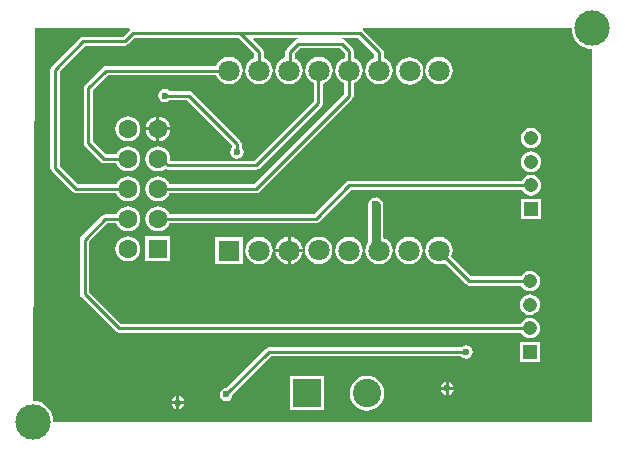
<source format=gbl>
G04*
G04 #@! TF.GenerationSoftware,Altium Limited,Altium Designer,20.1.8 (145)*
G04*
G04 Layer_Physical_Order=2*
G04 Layer_Color=16711680*
%FSLAX25Y25*%
%MOIN*%
G70*
G04*
G04 #@! TF.SameCoordinates,FB41AF91-CB0D-428D-8178-E64408BCF0C5*
G04*
G04*
G04 #@! TF.FilePolarity,Positive*
G04*
G01*
G75*
%ADD31C,0.01000*%
%ADD32C,0.02953*%
%ADD33R,0.07087X0.07087*%
%ADD34C,0.07087*%
%ADD35C,0.09449*%
%ADD36R,0.09449X0.09449*%
%ADD37C,0.06299*%
%ADD38R,0.06299X0.06299*%
%ADD39C,0.04756*%
%ADD40R,0.04756X0.04756*%
%ADD41C,0.11811*%
%ADD42C,0.02362*%
%ADD43C,0.01968*%
G36*
X191620Y141560D02*
X192015Y140258D01*
X192656Y139058D01*
X193519Y138007D01*
X194570Y137144D01*
X195770Y136503D01*
X197072Y136108D01*
X198425Y135975D01*
Y11811D01*
X18750D01*
X18617Y13165D01*
X18222Y14466D01*
X17581Y15666D01*
X16718Y16718D01*
X15666Y17581D01*
X14466Y18222D01*
X13165Y18617D01*
X11853Y18746D01*
X12598Y142913D01*
X44032D01*
X44187Y142442D01*
X44188Y142413D01*
X41886Y140112D01*
X28740D01*
X28155Y139996D01*
X27659Y139664D01*
X18210Y130215D01*
X17878Y129719D01*
X17762Y129134D01*
Y96457D01*
X17878Y95871D01*
X18210Y95375D01*
X25297Y88289D01*
X25793Y87957D01*
X26378Y87841D01*
X39705D01*
X39938Y87277D01*
X40604Y86411D01*
X41470Y85745D01*
X42480Y85327D01*
X43563Y85185D01*
X44646Y85327D01*
X45656Y85745D01*
X46523Y86411D01*
X47188Y87277D01*
X47606Y88287D01*
X47748Y89370D01*
X47606Y90453D01*
X47188Y91463D01*
X46523Y92330D01*
X45656Y92995D01*
X44646Y93413D01*
X43563Y93555D01*
X42480Y93413D01*
X41470Y92995D01*
X40604Y92330D01*
X39938Y91463D01*
X39705Y90899D01*
X27011D01*
X20821Y97090D01*
Y128500D01*
X29374Y137053D01*
X42520D01*
X43105Y137170D01*
X43601Y137501D01*
X45909Y139809D01*
X80469D01*
X85750Y134528D01*
Y133095D01*
X84988Y132780D01*
X84039Y132051D01*
X83311Y131102D01*
X82853Y129997D01*
X82697Y128811D01*
X82853Y127625D01*
X83311Y126520D01*
X84039Y125571D01*
X84988Y124843D01*
X86094Y124385D01*
X87280Y124229D01*
X88466Y124385D01*
X89571Y124843D01*
X90520Y125571D01*
X91248Y126520D01*
X91706Y127625D01*
X91862Y128811D01*
X91706Y129997D01*
X91248Y131102D01*
X90520Y132051D01*
X89571Y132780D01*
X88809Y133095D01*
Y135161D01*
X88693Y135747D01*
X88361Y136243D01*
X85257Y139347D01*
X85448Y139809D01*
X100267D01*
X100316Y139309D01*
X99808Y139208D01*
X99312Y138877D01*
X96552Y136117D01*
X96221Y135621D01*
X96105Y135035D01*
Y133239D01*
X96094Y133237D01*
X94988Y132780D01*
X94039Y132051D01*
X93311Y131102D01*
X92853Y129997D01*
X92697Y128811D01*
X92853Y127625D01*
X93311Y126520D01*
X94039Y125571D01*
X94988Y124843D01*
X96094Y124385D01*
X97280Y124229D01*
X98466Y124385D01*
X99571Y124843D01*
X100520Y125571D01*
X101248Y126520D01*
X101706Y127625D01*
X101862Y128811D01*
X101706Y129997D01*
X101248Y131102D01*
X100520Y132051D01*
X99571Y132780D01*
X99163Y132948D01*
Y134402D01*
X101027Y136266D01*
X114327D01*
X115793Y134800D01*
Y133113D01*
X114988Y132780D01*
X114039Y132051D01*
X113311Y131102D01*
X112853Y129997D01*
X112697Y128811D01*
X112853Y127625D01*
X113311Y126520D01*
X114039Y125571D01*
X114988Y124843D01*
X115773Y124518D01*
Y121085D01*
X85587Y90899D01*
X57421D01*
X57188Y91463D01*
X56523Y92330D01*
X55656Y92995D01*
X54646Y93413D01*
X53563Y93555D01*
X52480Y93413D01*
X51470Y92995D01*
X50603Y92330D01*
X49938Y91463D01*
X49520Y90453D01*
X49378Y89370D01*
X49520Y88287D01*
X49938Y87277D01*
X50603Y86411D01*
X51470Y85745D01*
X52480Y85327D01*
X53563Y85185D01*
X54646Y85327D01*
X55656Y85745D01*
X56523Y86411D01*
X57188Y87277D01*
X57421Y87841D01*
X86221D01*
X86806Y87957D01*
X87302Y88289D01*
X118384Y119370D01*
X118715Y119867D01*
X118832Y120452D01*
Y124536D01*
X119571Y124843D01*
X120520Y125571D01*
X121248Y126520D01*
X121706Y127625D01*
X121862Y128811D01*
X121706Y129997D01*
X121248Y131102D01*
X120520Y132051D01*
X119571Y132780D01*
X118852Y133077D01*
Y135433D01*
X118736Y136018D01*
X118404Y136514D01*
X116042Y138877D01*
X115546Y139208D01*
X115039Y139309D01*
X115088Y139809D01*
X120233D01*
X125750Y134292D01*
Y133095D01*
X124988Y132780D01*
X124039Y132051D01*
X123311Y131102D01*
X122853Y129997D01*
X122697Y128811D01*
X122853Y127625D01*
X123311Y126520D01*
X124039Y125571D01*
X124988Y124843D01*
X126094Y124385D01*
X127280Y124229D01*
X128466Y124385D01*
X129571Y124843D01*
X130520Y125571D01*
X131248Y126520D01*
X131706Y127625D01*
X131862Y128811D01*
X131706Y129997D01*
X131248Y131102D01*
X130520Y132051D01*
X129571Y132780D01*
X128809Y133095D01*
Y134925D01*
X128693Y135510D01*
X128361Y136006D01*
X121954Y142413D01*
X121955Y142442D01*
X122109Y142913D01*
X191486D01*
X191620Y141560D01*
D02*
G37*
%LPC*%
G36*
X147280Y133394D02*
X146094Y133237D01*
X144988Y132780D01*
X144039Y132051D01*
X143311Y131102D01*
X142853Y129997D01*
X142697Y128811D01*
X142853Y127625D01*
X143311Y126520D01*
X144039Y125571D01*
X144988Y124843D01*
X146094Y124385D01*
X147280Y124229D01*
X148466Y124385D01*
X149571Y124843D01*
X150520Y125571D01*
X151248Y126520D01*
X151706Y127625D01*
X151862Y128811D01*
X151706Y129997D01*
X151248Y131102D01*
X150520Y132051D01*
X149571Y132780D01*
X148466Y133237D01*
X147280Y133394D01*
D02*
G37*
G36*
X77280D02*
X76094Y133237D01*
X74988Y132780D01*
X74039Y132051D01*
X73311Y131102D01*
X72996Y130340D01*
X36291D01*
X35706Y130224D01*
X35210Y129893D01*
X29234Y123916D01*
X28902Y123420D01*
X28786Y122835D01*
Y104724D01*
X28902Y104139D01*
X29234Y103643D01*
X34588Y98289D01*
X35084Y97957D01*
X35669Y97841D01*
X39705D01*
X39938Y97277D01*
X40604Y96411D01*
X41470Y95745D01*
X42480Y95327D01*
X43563Y95185D01*
X44646Y95327D01*
X45656Y95745D01*
X46523Y96411D01*
X47188Y97277D01*
X47606Y98287D01*
X47748Y99370D01*
X47606Y100453D01*
X47188Y101463D01*
X46523Y102330D01*
X45656Y102995D01*
X44646Y103413D01*
X43563Y103556D01*
X42480Y103413D01*
X41470Y102995D01*
X40604Y102330D01*
X39938Y101463D01*
X39705Y100900D01*
X36303D01*
X31844Y105358D01*
Y122201D01*
X36925Y127282D01*
X72996D01*
X73311Y126520D01*
X74039Y125571D01*
X74988Y124843D01*
X76094Y124385D01*
X77280Y124229D01*
X78466Y124385D01*
X79571Y124843D01*
X80520Y125571D01*
X81248Y126520D01*
X81706Y127625D01*
X81862Y128811D01*
X81706Y129997D01*
X81248Y131102D01*
X80520Y132051D01*
X79571Y132780D01*
X78466Y133237D01*
X77280Y133394D01*
D02*
G37*
G36*
X137476Y133315D02*
X136290Y133159D01*
X135185Y132701D01*
X134236Y131973D01*
X133508Y131024D01*
X133050Y129918D01*
X132894Y128732D01*
X133050Y127546D01*
X133508Y126441D01*
X134236Y125492D01*
X135185Y124764D01*
X136290Y124306D01*
X137476Y124150D01*
X138663Y124306D01*
X139768Y124764D01*
X140717Y125492D01*
X141445Y126441D01*
X141903Y127546D01*
X142059Y128732D01*
X141903Y129918D01*
X141445Y131024D01*
X140717Y131973D01*
X139768Y132701D01*
X138663Y133159D01*
X137476Y133315D01*
D02*
G37*
G36*
X54063Y113490D02*
Y109870D01*
X57683D01*
X57606Y110453D01*
X57188Y111463D01*
X56523Y112330D01*
X55656Y112995D01*
X54646Y113413D01*
X54063Y113490D01*
D02*
G37*
G36*
X53063D02*
X52480Y113413D01*
X51470Y112995D01*
X50603Y112330D01*
X49938Y111463D01*
X49520Y110453D01*
X49443Y109870D01*
X53063D01*
Y113490D01*
D02*
G37*
G36*
X57683Y108870D02*
X54063D01*
Y105251D01*
X54646Y105327D01*
X55656Y105745D01*
X56523Y106411D01*
X57188Y107277D01*
X57606Y108287D01*
X57683Y108870D01*
D02*
G37*
G36*
X53063D02*
X49443D01*
X49520Y108287D01*
X49938Y107277D01*
X50603Y106411D01*
X51470Y105745D01*
X52480Y105327D01*
X53063Y105251D01*
Y108870D01*
D02*
G37*
G36*
X43563Y113556D02*
X42480Y113413D01*
X41470Y112995D01*
X40604Y112330D01*
X39938Y111463D01*
X39520Y110453D01*
X39378Y109370D01*
X39520Y108287D01*
X39938Y107277D01*
X40604Y106411D01*
X41470Y105745D01*
X42480Y105327D01*
X43563Y105185D01*
X44646Y105327D01*
X45656Y105745D01*
X46523Y106411D01*
X47188Y107277D01*
X47606Y108287D01*
X47748Y109370D01*
X47606Y110453D01*
X47188Y111463D01*
X46523Y112330D01*
X45656Y112995D01*
X44646Y113413D01*
X43563Y113556D01*
D02*
G37*
G36*
X177953Y109706D02*
X177071Y109590D01*
X176249Y109250D01*
X175544Y108708D01*
X175002Y108003D01*
X174662Y107181D01*
X174546Y106299D01*
X174662Y105417D01*
X175002Y104596D01*
X175544Y103890D01*
X176249Y103349D01*
X177071Y103008D01*
X177953Y102892D01*
X178835Y103008D01*
X179656Y103349D01*
X180362Y103890D01*
X180903Y104596D01*
X181244Y105417D01*
X181360Y106299D01*
X181244Y107181D01*
X180903Y108003D01*
X180362Y108708D01*
X179656Y109250D01*
X178835Y109590D01*
X177953Y109706D01*
D02*
G37*
G36*
X55905Y122696D02*
X55054Y122527D01*
X54333Y122045D01*
X53851Y121324D01*
X53682Y120472D01*
X53851Y119621D01*
X54333Y118900D01*
X55054Y118418D01*
X55905Y118249D01*
X56757Y118418D01*
X57478Y118900D01*
X57507Y118943D01*
X63146D01*
X78392Y103697D01*
Y103208D01*
X78349Y103179D01*
X77867Y102458D01*
X77697Y101607D01*
X77867Y100756D01*
X78349Y100034D01*
X79070Y99552D01*
X79921Y99383D01*
X80772Y99552D01*
X81494Y100034D01*
X81976Y100756D01*
X82145Y101607D01*
X81976Y102458D01*
X81494Y103179D01*
X81451Y103208D01*
Y104331D01*
X81334Y104916D01*
X81003Y105412D01*
X64861Y121554D01*
X64365Y121885D01*
X63779Y122002D01*
X57507D01*
X57478Y122045D01*
X56757Y122527D01*
X55905Y122696D01*
D02*
G37*
G36*
X107280Y133394D02*
X106094Y133237D01*
X104988Y132780D01*
X104039Y132051D01*
X103311Y131102D01*
X102853Y129997D01*
X102697Y128811D01*
X102853Y127625D01*
X103311Y126520D01*
X104039Y125571D01*
X104988Y124843D01*
X105557Y124607D01*
Y118744D01*
X85587Y98773D01*
X58049D01*
X57719Y99149D01*
X57748Y99370D01*
X57606Y100453D01*
X57188Y101463D01*
X56523Y102330D01*
X55656Y102995D01*
X54646Y103413D01*
X53563Y103556D01*
X52480Y103413D01*
X51470Y102995D01*
X50603Y102330D01*
X49938Y101463D01*
X49520Y100453D01*
X49378Y99370D01*
X49520Y98287D01*
X49938Y97277D01*
X50603Y96411D01*
X51470Y95745D01*
X52480Y95327D01*
X53563Y95185D01*
X54646Y95327D01*
X55656Y95745D01*
X55975Y95990D01*
X56213Y95831D01*
X56798Y95715D01*
X86221D01*
X86806Y95831D01*
X87302Y96163D01*
X108168Y117029D01*
X108500Y117525D01*
X108616Y118110D01*
Y124447D01*
X109571Y124843D01*
X110520Y125571D01*
X111248Y126520D01*
X111706Y127625D01*
X111862Y128811D01*
X111706Y129997D01*
X111248Y131102D01*
X110520Y132051D01*
X109571Y132780D01*
X108466Y133237D01*
X107280Y133394D01*
D02*
G37*
G36*
X177953Y101832D02*
X177071Y101716D01*
X176249Y101376D01*
X175544Y100834D01*
X175002Y100129D01*
X174662Y99307D01*
X174546Y98425D01*
X174662Y97543D01*
X175002Y96722D01*
X175544Y96016D01*
X176249Y95475D01*
X177071Y95134D01*
X177953Y95018D01*
X178835Y95134D01*
X179656Y95475D01*
X180362Y96016D01*
X180903Y96722D01*
X181244Y97543D01*
X181360Y98425D01*
X181244Y99307D01*
X180903Y100129D01*
X180362Y100834D01*
X179656Y101376D01*
X178835Y101716D01*
X177953Y101832D01*
D02*
G37*
G36*
Y93958D02*
X177071Y93842D01*
X176249Y93502D01*
X175544Y92960D01*
X175002Y92255D01*
X174930Y92081D01*
X117323D01*
X116738Y91964D01*
X116241Y91633D01*
X105508Y80900D01*
X57421D01*
X57188Y81463D01*
X56523Y82330D01*
X55656Y82995D01*
X54646Y83413D01*
X53563Y83556D01*
X52480Y83413D01*
X51470Y82995D01*
X50603Y82330D01*
X49938Y81463D01*
X49520Y80453D01*
X49378Y79370D01*
X49520Y78287D01*
X49938Y77277D01*
X50603Y76411D01*
X51470Y75745D01*
X52480Y75327D01*
X53563Y75185D01*
X54646Y75327D01*
X55656Y75745D01*
X56523Y76411D01*
X57188Y77277D01*
X57421Y77841D01*
X106142D01*
X106727Y77957D01*
X107223Y78289D01*
X117956Y89022D01*
X174930D01*
X175002Y88848D01*
X175544Y88142D01*
X176249Y87601D01*
X177071Y87260D01*
X177953Y87144D01*
X178835Y87260D01*
X179656Y87601D01*
X180362Y88142D01*
X180903Y88848D01*
X181244Y89669D01*
X181360Y90551D01*
X181244Y91433D01*
X180903Y92255D01*
X180362Y92960D01*
X179656Y93502D01*
X178835Y93842D01*
X177953Y93958D01*
D02*
G37*
G36*
X126245Y86516D02*
X126013Y86470D01*
X125984Y86476D01*
X125133Y86307D01*
X124412Y85825D01*
X123930Y85103D01*
X123760Y84252D01*
X123766Y84223D01*
X123720Y83991D01*
Y71635D01*
X123311Y71102D01*
X122853Y69997D01*
X122697Y68811D01*
X122853Y67625D01*
X123311Y66520D01*
X124039Y65571D01*
X124988Y64842D01*
X126094Y64385D01*
X127280Y64228D01*
X128466Y64385D01*
X129571Y64842D01*
X130520Y65571D01*
X131248Y66520D01*
X131706Y67625D01*
X131862Y68811D01*
X131706Y69997D01*
X131248Y71102D01*
X130520Y72051D01*
X129571Y72780D01*
X128770Y73111D01*
Y83991D01*
X128578Y84958D01*
X128030Y85777D01*
X127211Y86324D01*
X126245Y86516D01*
D02*
G37*
G36*
X181331Y86055D02*
X174575D01*
Y79299D01*
X181331D01*
Y86055D01*
D02*
G37*
G36*
X43563Y83556D02*
X42480Y83413D01*
X41470Y82995D01*
X40604Y82330D01*
X39938Y81463D01*
X39705Y80900D01*
X36063D01*
X35478Y80783D01*
X34982Y80452D01*
X28052Y73522D01*
X27721Y73026D01*
X27604Y72441D01*
Y54331D01*
X27721Y53745D01*
X28052Y53249D01*
X39470Y41832D01*
X39966Y41500D01*
X40551Y41384D01*
X174536D01*
X174608Y41210D01*
X175150Y40504D01*
X175856Y39963D01*
X176677Y39622D01*
X177559Y39506D01*
X178441Y39622D01*
X179263Y39963D01*
X179968Y40504D01*
X180510Y41210D01*
X180850Y42032D01*
X180966Y42913D01*
X180850Y43795D01*
X180510Y44617D01*
X179968Y45323D01*
X179263Y45864D01*
X178441Y46204D01*
X177559Y46321D01*
X176677Y46204D01*
X175856Y45864D01*
X175150Y45323D01*
X174608Y44617D01*
X174536Y44443D01*
X41185D01*
X30663Y54964D01*
Y71807D01*
X36696Y77841D01*
X39705D01*
X39938Y77277D01*
X40604Y76411D01*
X41470Y75745D01*
X42480Y75327D01*
X43563Y75185D01*
X44646Y75327D01*
X45656Y75745D01*
X46523Y76411D01*
X47188Y77277D01*
X47606Y78287D01*
X47748Y79370D01*
X47606Y80453D01*
X47188Y81463D01*
X46523Y82330D01*
X45656Y82995D01*
X44646Y83413D01*
X43563Y83556D01*
D02*
G37*
G36*
X97780Y73328D02*
Y69311D01*
X101796D01*
X101706Y69997D01*
X101248Y71102D01*
X100520Y72051D01*
X99571Y72780D01*
X98466Y73237D01*
X97780Y73328D01*
D02*
G37*
G36*
X96780D02*
X96094Y73237D01*
X94988Y72780D01*
X94039Y72051D01*
X93311Y71102D01*
X92853Y69997D01*
X92763Y69311D01*
X96780D01*
Y73328D01*
D02*
G37*
G36*
X57713Y73520D02*
X49413D01*
Y65220D01*
X57713D01*
Y73520D01*
D02*
G37*
G36*
X43563Y73555D02*
X42480Y73413D01*
X41470Y72995D01*
X40604Y72330D01*
X39938Y71463D01*
X39520Y70453D01*
X39378Y69370D01*
X39520Y68287D01*
X39938Y67277D01*
X40604Y66411D01*
X41470Y65745D01*
X42480Y65327D01*
X43563Y65185D01*
X44646Y65327D01*
X45656Y65745D01*
X46523Y66411D01*
X47188Y67277D01*
X47606Y68287D01*
X47748Y69370D01*
X47606Y70453D01*
X47188Y71463D01*
X46523Y72330D01*
X45656Y72995D01*
X44646Y73413D01*
X43563Y73555D01*
D02*
G37*
G36*
X107161Y73472D02*
X105975Y73316D01*
X104870Y72858D01*
X103921Y72130D01*
X103193Y71181D01*
X102735Y70076D01*
X102579Y68890D01*
X102735Y67704D01*
X103193Y66599D01*
X103921Y65649D01*
X104870Y64921D01*
X105975Y64464D01*
X107161Y64307D01*
X108347Y64464D01*
X109453Y64921D01*
X110402Y65649D01*
X111130Y66599D01*
X111588Y67704D01*
X111744Y68890D01*
X111588Y70076D01*
X111130Y71181D01*
X110402Y72130D01*
X109453Y72858D01*
X108347Y73316D01*
X107161Y73472D01*
D02*
G37*
G36*
X101796Y68311D02*
X97780D01*
Y64294D01*
X98466Y64385D01*
X99571Y64842D01*
X100520Y65571D01*
X101248Y66520D01*
X101706Y67625D01*
X101796Y68311D01*
D02*
G37*
G36*
X96780D02*
X92763D01*
X92853Y67625D01*
X93311Y66520D01*
X94039Y65571D01*
X94988Y64842D01*
X96094Y64385D01*
X96780Y64294D01*
Y68311D01*
D02*
G37*
G36*
X81823Y73354D02*
X72736D01*
Y64268D01*
X81823D01*
Y73354D01*
D02*
G37*
G36*
X137280Y73393D02*
X136094Y73237D01*
X134988Y72780D01*
X134039Y72051D01*
X133311Y71102D01*
X132853Y69997D01*
X132697Y68811D01*
X132853Y67625D01*
X133311Y66520D01*
X134039Y65571D01*
X134988Y64842D01*
X136094Y64385D01*
X137280Y64228D01*
X138466Y64385D01*
X139571Y64842D01*
X140520Y65571D01*
X141248Y66520D01*
X141706Y67625D01*
X141862Y68811D01*
X141706Y69997D01*
X141248Y71102D01*
X140520Y72051D01*
X139571Y72780D01*
X138466Y73237D01*
X137280Y73393D01*
D02*
G37*
G36*
X117280D02*
X116094Y73237D01*
X114988Y72780D01*
X114039Y72051D01*
X113311Y71102D01*
X112853Y69997D01*
X112697Y68811D01*
X112853Y67625D01*
X113311Y66520D01*
X114039Y65571D01*
X114988Y64842D01*
X116094Y64385D01*
X117280Y64228D01*
X118466Y64385D01*
X119571Y64842D01*
X120520Y65571D01*
X121248Y66520D01*
X121706Y67625D01*
X121862Y68811D01*
X121706Y69997D01*
X121248Y71102D01*
X120520Y72051D01*
X119571Y72780D01*
X118466Y73237D01*
X117280Y73393D01*
D02*
G37*
G36*
X87280D02*
X86094Y73237D01*
X84988Y72780D01*
X84039Y72051D01*
X83311Y71102D01*
X82853Y69997D01*
X82697Y68811D01*
X82853Y67625D01*
X83311Y66520D01*
X84039Y65571D01*
X84988Y64842D01*
X86094Y64385D01*
X87280Y64228D01*
X88466Y64385D01*
X89571Y64842D01*
X90520Y65571D01*
X91248Y66520D01*
X91706Y67625D01*
X91862Y68811D01*
X91706Y69997D01*
X91248Y71102D01*
X90520Y72051D01*
X89571Y72780D01*
X88466Y73237D01*
X87280Y73393D01*
D02*
G37*
G36*
X147280D02*
X146094Y73237D01*
X144988Y72780D01*
X144039Y72051D01*
X143311Y71102D01*
X142853Y69997D01*
X142697Y68811D01*
X142853Y67625D01*
X143311Y66520D01*
X144039Y65571D01*
X144988Y64842D01*
X146094Y64385D01*
X147280Y64228D01*
X148466Y64385D01*
X149227Y64700D01*
X156348Y57580D01*
X156844Y57248D01*
X157429Y57132D01*
X174536D01*
X174608Y56958D01*
X175150Y56252D01*
X175856Y55711D01*
X176677Y55370D01*
X177559Y55254D01*
X178441Y55370D01*
X179263Y55711D01*
X179968Y56252D01*
X180510Y56958D01*
X180850Y57780D01*
X180966Y58661D01*
X180850Y59543D01*
X180510Y60365D01*
X179968Y61071D01*
X179263Y61612D01*
X178441Y61952D01*
X177559Y62068D01*
X176677Y61952D01*
X175856Y61612D01*
X175150Y61071D01*
X174608Y60365D01*
X174536Y60191D01*
X158063D01*
X151390Y66863D01*
X151706Y67625D01*
X151862Y68811D01*
X151706Y69997D01*
X151248Y71102D01*
X150520Y72051D01*
X149571Y72780D01*
X148466Y73237D01*
X147280Y73393D01*
D02*
G37*
G36*
X177559Y54194D02*
X176677Y54078D01*
X175856Y53738D01*
X175150Y53197D01*
X174608Y52491D01*
X174268Y51669D01*
X174152Y50787D01*
X174268Y49906D01*
X174608Y49084D01*
X175150Y48378D01*
X175856Y47837D01*
X176677Y47496D01*
X177559Y47380D01*
X178441Y47496D01*
X179263Y47837D01*
X179968Y48378D01*
X180510Y49084D01*
X180850Y49906D01*
X180966Y50787D01*
X180850Y51669D01*
X180510Y52491D01*
X179968Y53197D01*
X179263Y53738D01*
X178441Y54078D01*
X177559Y54194D01*
D02*
G37*
G36*
X156299Y37263D02*
X155448Y37094D01*
X154727Y36612D01*
X154698Y36569D01*
X90551D01*
X89966Y36452D01*
X89470Y36121D01*
X76429Y23080D01*
X76378Y23090D01*
X75527Y22921D01*
X74805Y22439D01*
X74323Y21717D01*
X74154Y20866D01*
X74323Y20015D01*
X74805Y19294D01*
X75527Y18812D01*
X76378Y18642D01*
X77229Y18812D01*
X77950Y19294D01*
X78433Y20015D01*
X78602Y20866D01*
X78592Y20917D01*
X91185Y33510D01*
X154698D01*
X154727Y33467D01*
X155448Y32985D01*
X156299Y32816D01*
X157150Y32985D01*
X157872Y33467D01*
X158354Y34188D01*
X158523Y35039D01*
X158354Y35890D01*
X157872Y36612D01*
X157150Y37094D01*
X156299Y37263D01*
D02*
G37*
G36*
X180937Y38417D02*
X174181D01*
Y31661D01*
X180937D01*
Y38417D01*
D02*
G37*
G36*
X150500Y24959D02*
Y23335D01*
X152124D01*
X152055Y23686D01*
X151573Y24407D01*
X150851Y24889D01*
X150500Y24959D01*
D02*
G37*
G36*
X149500D02*
X149149Y24889D01*
X148427Y24407D01*
X147945Y23686D01*
X147876Y23335D01*
X149500D01*
Y24959D01*
D02*
G37*
G36*
X152124Y22335D02*
X150500D01*
Y20710D01*
X150851Y20780D01*
X151573Y21262D01*
X152055Y21984D01*
X152124Y22335D01*
D02*
G37*
G36*
X149500D02*
X147876D01*
X147945Y21984D01*
X148427Y21262D01*
X149149Y20780D01*
X149500Y20710D01*
Y22335D01*
D02*
G37*
G36*
X60736Y20235D02*
Y18610D01*
X62361D01*
X62291Y18961D01*
X61809Y19683D01*
X61087Y20165D01*
X60736Y20235D01*
D02*
G37*
G36*
X59736D02*
X59385Y20165D01*
X58664Y19683D01*
X58182Y18961D01*
X58112Y18610D01*
X59736D01*
Y20235D01*
D02*
G37*
G36*
X62361Y17610D02*
X60736D01*
Y15986D01*
X61087Y16056D01*
X61809Y16538D01*
X62291Y17259D01*
X62361Y17610D01*
D02*
G37*
G36*
X59736D02*
X58112D01*
X58182Y17259D01*
X58664Y16538D01*
X59385Y16056D01*
X59736Y15986D01*
Y17610D01*
D02*
G37*
G36*
X108988Y26984D02*
X97540D01*
Y15535D01*
X108988D01*
Y26984D01*
D02*
G37*
G36*
X123264Y27034D02*
X121770Y26837D01*
X120377Y26260D01*
X119181Y25343D01*
X118264Y24147D01*
X117687Y22754D01*
X117490Y21260D01*
X117687Y19766D01*
X118264Y18373D01*
X119181Y17177D01*
X120377Y16260D01*
X121770Y15683D01*
X123264Y15486D01*
X124758Y15683D01*
X126151Y16260D01*
X127347Y17177D01*
X128264Y18373D01*
X128841Y19766D01*
X129038Y21260D01*
X128841Y22754D01*
X128264Y24147D01*
X127347Y25343D01*
X126151Y26260D01*
X124758Y26837D01*
X123264Y27034D01*
D02*
G37*
%LPD*%
D31*
X76378Y20866D02*
X90551Y35039D01*
X156299D01*
X79921Y101607D02*
Y104331D01*
X63779Y120472D02*
X79921Y104331D01*
X55905Y120472D02*
X63779D01*
X56798Y97244D02*
X86221D01*
X107087Y118110D02*
Y128618D01*
X86221Y97244D02*
X107087Y118110D01*
X53563Y99370D02*
X54672D01*
X56798Y97244D01*
X126245Y69846D02*
X127280Y68811D01*
X125984Y84252D02*
X126245Y83991D01*
X53563Y79370D02*
X106142D01*
X117323Y90551D02*
X177953D01*
X106142Y79370D02*
X117323Y90551D01*
X147280Y68811D02*
X157429Y58661D01*
X177559D01*
X97634Y129165D02*
Y135035D01*
X100394Y137795D01*
X114961D01*
X117323Y128854D02*
Y135433D01*
X114961Y137795D02*
X117323Y135433D01*
X81102Y141339D02*
X120866D01*
X127280Y134925D01*
X81102Y141339D02*
X87280Y135161D01*
X45276Y141339D02*
X81102D01*
X28740Y138583D02*
X42520D01*
X45276Y141339D01*
X117280Y128811D02*
X117323Y128854D01*
X97280Y128811D02*
X97634Y129165D01*
X127280Y128811D02*
Y134925D01*
X87280Y128811D02*
Y135161D01*
X19291Y96457D02*
Y129134D01*
X28740Y138583D01*
X36291Y128811D02*
X77280D01*
X30315Y122835D02*
X36291Y128811D01*
X30315Y104724D02*
Y122835D01*
X26378Y89370D02*
X43563D01*
X19291Y96457D02*
X26378Y89370D01*
X35669Y99370D02*
X43563D01*
X30315Y104724D02*
X35669Y99370D01*
X86221Y89370D02*
X117302Y120452D01*
Y128788D01*
X53563Y89370D02*
X86221D01*
X117280Y128811D02*
X117302Y128788D01*
X107087Y128618D02*
X107280Y128811D01*
X40551Y42913D02*
X177559D01*
X29134Y54331D02*
X40551Y42913D01*
X29134Y54331D02*
Y72441D01*
X36063Y79370D01*
X43563D01*
D32*
X126245Y69846D02*
Y83991D01*
D33*
X77280Y68811D02*
D03*
D34*
X87280D02*
D03*
X97280D02*
D03*
X117280D02*
D03*
X127280D02*
D03*
X137280D02*
D03*
X147280D02*
D03*
X77280Y128811D02*
D03*
X87280D02*
D03*
X97280D02*
D03*
X107280D02*
D03*
X117280D02*
D03*
X127280D02*
D03*
X137476Y128732D02*
D03*
X147280Y128811D02*
D03*
X107161Y68890D02*
D03*
D35*
X123264Y21260D02*
D03*
D36*
X103264D02*
D03*
D37*
X53563Y109370D02*
D03*
Y99370D02*
D03*
X43563Y109370D02*
D03*
Y99370D02*
D03*
X53563Y89370D02*
D03*
X43563D02*
D03*
Y79370D02*
D03*
X53563D02*
D03*
X43563Y69370D02*
D03*
D38*
X53563D02*
D03*
D39*
X177953Y106299D02*
D03*
Y98425D02*
D03*
Y90551D02*
D03*
X177559Y58661D02*
D03*
Y50787D02*
D03*
Y42913D02*
D03*
D40*
X177953Y82677D02*
D03*
X177559Y35039D02*
D03*
D41*
X11811Y11811D02*
D03*
X198425Y142913D02*
D03*
D42*
X150000Y22835D02*
D03*
X60236Y18110D02*
D03*
X76378Y20866D02*
D03*
X79921Y101607D02*
D03*
X55905Y120472D02*
D03*
X125984Y84252D02*
D03*
X156299Y35039D02*
D03*
D43*
X146811Y129280D02*
X147280Y128811D01*
M02*

</source>
